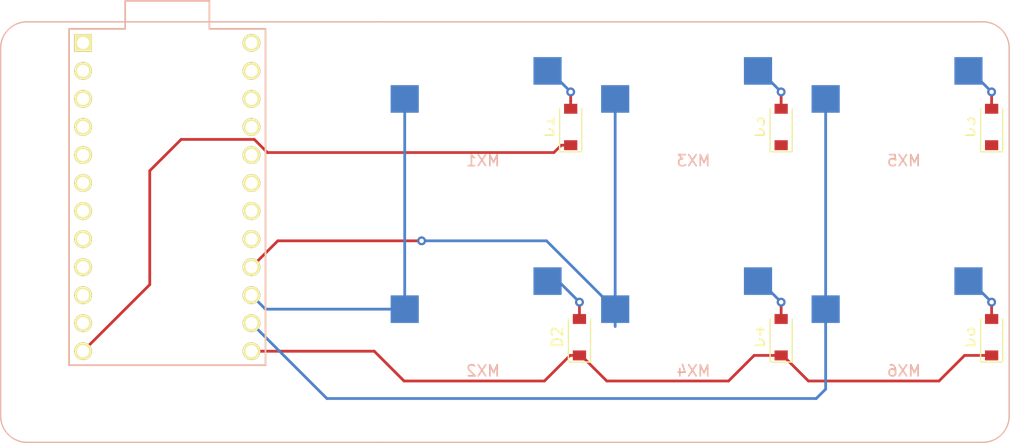
<source format=kicad_pcb>
(kicad_pcb (version 20171130) (host pcbnew "(5.1.4)-1")

  (general
    (thickness 1.6)
    (drawings 10)
    (tracks 71)
    (zones 0)
    (modules 13)
    (nets 31)
  )

  (page A4)
  (layers
    (0 F.Cu signal)
    (31 B.Cu signal)
    (32 B.Adhes user)
    (33 F.Adhes user)
    (34 B.Paste user)
    (35 F.Paste user)
    (36 B.SilkS user)
    (37 F.SilkS user)
    (38 B.Mask user)
    (39 F.Mask user)
    (40 Dwgs.User user)
    (41 Cmts.User user)
    (42 Eco1.User user)
    (43 Eco2.User user)
    (44 Edge.Cuts user)
    (45 Margin user)
    (46 B.CrtYd user)
    (47 F.CrtYd user)
    (48 B.Fab user)
    (49 F.Fab user)
  )

  (setup
    (last_trace_width 0.25)
    (trace_clearance 0.2)
    (zone_clearance 0.508)
    (zone_45_only no)
    (trace_min 0.2)
    (via_size 0.8)
    (via_drill 0.4)
    (via_min_size 0.4)
    (via_min_drill 0.3)
    (uvia_size 0.3)
    (uvia_drill 0.1)
    (uvias_allowed no)
    (uvia_min_size 0.2)
    (uvia_min_drill 0.1)
    (edge_width 0.05)
    (segment_width 0.2)
    (pcb_text_width 0.3)
    (pcb_text_size 1.5 1.5)
    (mod_edge_width 0.12)
    (mod_text_size 1 1)
    (mod_text_width 0.15)
    (pad_size 1.524 1.524)
    (pad_drill 0.762)
    (pad_to_mask_clearance 0.051)
    (solder_mask_min_width 0.25)
    (aux_axis_origin 0 0)
    (visible_elements 7FFFFFFF)
    (pcbplotparams
      (layerselection 0x010fc_ffffffff)
      (usegerberextensions false)
      (usegerberattributes false)
      (usegerberadvancedattributes false)
      (creategerberjobfile false)
      (excludeedgelayer true)
      (linewidth 0.100000)
      (plotframeref false)
      (viasonmask false)
      (mode 1)
      (useauxorigin false)
      (hpglpennumber 1)
      (hpglpenspeed 20)
      (hpglpendiameter 15.000000)
      (psnegative false)
      (psa4output false)
      (plotreference true)
      (plotvalue true)
      (plotinvisibletext false)
      (padsonsilk false)
      (subtractmaskfromsilk false)
      (outputformat 1)
      (mirror false)
      (drillshape 1)
      (scaleselection 1)
      (outputdirectory ""))
  )

  (net 0 "")
  (net 1 "Net-(U1-Pad24)")
  (net 2 "Net-(U1-Pad23)")
  (net 3 "Net-(U1-Pad22)")
  (net 4 "Net-(U1-Pad21)")
  (net 5 "Net-(U1-Pad20)")
  (net 6 "Net-(U1-Pad19)")
  (net 7 "Net-(U1-Pad18)")
  (net 8 "Net-(U1-Pad17)")
  (net 9 "Net-(U1-Pad6)")
  (net 10 "Net-(U1-Pad5)")
  (net 11 "Net-(U1-Pad4)")
  (net 12 "Net-(U1-Pad3)")
  (net 13 "Net-(U1-Pad2)")
  (net 14 "Net-(U1-Pad1)")
  (net 15 "Net-(D1-Pad2)")
  (net 16 ROW0)
  (net 17 "Net-(D2-Pad2)")
  (net 18 ROW1)
  (net 19 "Net-(D3-Pad2)")
  (net 20 "Net-(D4-Pad2)")
  (net 21 "Net-(D5-Pad2)")
  (net 22 "Net-(D6-Pad2)")
  (net 23 COL0)
  (net 24 COL1)
  (net 25 COL2)
  (net 26 "Net-(U1-Pad11)")
  (net 27 "Net-(U1-Pad10)")
  (net 28 "Net-(U1-Pad9)")
  (net 29 "Net-(U1-Pad8)")
  (net 30 "Net-(U1-Pad7)")

  (net_class Default "This is the default net class."
    (clearance 0.2)
    (trace_width 0.25)
    (via_dia 0.8)
    (via_drill 0.4)
    (uvia_dia 0.3)
    (uvia_drill 0.1)
    (add_net COL0)
    (add_net COL1)
    (add_net COL2)
    (add_net "Net-(D1-Pad2)")
    (add_net "Net-(D2-Pad2)")
    (add_net "Net-(D3-Pad2)")
    (add_net "Net-(D4-Pad2)")
    (add_net "Net-(D5-Pad2)")
    (add_net "Net-(D6-Pad2)")
    (add_net "Net-(U1-Pad1)")
    (add_net "Net-(U1-Pad10)")
    (add_net "Net-(U1-Pad11)")
    (add_net "Net-(U1-Pad17)")
    (add_net "Net-(U1-Pad18)")
    (add_net "Net-(U1-Pad19)")
    (add_net "Net-(U1-Pad2)")
    (add_net "Net-(U1-Pad20)")
    (add_net "Net-(U1-Pad21)")
    (add_net "Net-(U1-Pad22)")
    (add_net "Net-(U1-Pad23)")
    (add_net "Net-(U1-Pad24)")
    (add_net "Net-(U1-Pad3)")
    (add_net "Net-(U1-Pad4)")
    (add_net "Net-(U1-Pad5)")
    (add_net "Net-(U1-Pad6)")
    (add_net "Net-(U1-Pad7)")
    (add_net "Net-(U1-Pad8)")
    (add_net "Net-(U1-Pad9)")
    (add_net ROW0)
    (add_net ROW1)
  )

  (module promicro:ProMicro (layer F.Cu) (tedit 5A06A962) (tstamp 5DCF7157)
    (at 115.094 84.1375 270)
    (descr "Pro Micro footprint")
    (tags "promicro ProMicro")
    (path /5DCF2F33)
    (fp_text reference U1 (at 0 -10.16 90) (layer F.SilkS) hide
      (effects (font (size 1 1) (thickness 0.15)))
    )
    (fp_text value ProMicro (at 0 10.16 90) (layer F.Fab)
      (effects (font (size 1 1) (thickness 0.15)))
    )
    (fp_line (start 15.24 -8.89) (end 15.24 8.89) (layer F.SilkS) (width 0.15))
    (fp_line (start -15.24 -8.89) (end 15.24 -8.89) (layer F.SilkS) (width 0.15))
    (fp_line (start -15.24 -3.81) (end -15.24 -8.89) (layer F.SilkS) (width 0.15))
    (fp_line (start -17.78 -3.81) (end -15.24 -3.81) (layer F.SilkS) (width 0.15))
    (fp_line (start -17.78 3.81) (end -17.78 -3.81) (layer F.SilkS) (width 0.15))
    (fp_line (start -15.24 3.81) (end -17.78 3.81) (layer F.SilkS) (width 0.15))
    (fp_line (start -15.24 8.89) (end -15.24 3.81) (layer F.SilkS) (width 0.15))
    (fp_line (start -15.24 8.89) (end 15.24 8.89) (layer F.SilkS) (width 0.15))
    (fp_line (start -15.24 -8.89) (end 15.24 -8.89) (layer B.SilkS) (width 0.15))
    (fp_line (start -15.24 -3.81) (end -15.24 -8.89) (layer B.SilkS) (width 0.15))
    (fp_line (start -17.78 -3.81) (end -15.24 -3.81) (layer B.SilkS) (width 0.15))
    (fp_line (start -17.78 3.81) (end -17.78 -3.81) (layer B.SilkS) (width 0.15))
    (fp_line (start -15.24 3.81) (end -17.78 3.81) (layer B.SilkS) (width 0.15))
    (fp_line (start -15.24 8.89) (end -15.24 3.81) (layer B.SilkS) (width 0.15))
    (fp_line (start 15.24 8.89) (end -15.24 8.89) (layer B.SilkS) (width 0.15))
    (fp_line (start 15.24 -8.89) (end 15.24 8.89) (layer B.SilkS) (width 0.15))
    (pad 24 thru_hole circle (at -13.97 -7.62 270) (size 1.6 1.6) (drill 1.1) (layers *.Cu *.Mask F.SilkS)
      (net 1 "Net-(U1-Pad24)"))
    (pad 23 thru_hole circle (at -11.43 -7.62 270) (size 1.6 1.6) (drill 1.1) (layers *.Cu *.Mask F.SilkS)
      (net 2 "Net-(U1-Pad23)"))
    (pad 22 thru_hole circle (at -8.89 -7.62 270) (size 1.6 1.6) (drill 1.1) (layers *.Cu *.Mask F.SilkS)
      (net 3 "Net-(U1-Pad22)"))
    (pad 21 thru_hole circle (at -6.35 -7.62 270) (size 1.6 1.6) (drill 1.1) (layers *.Cu *.Mask F.SilkS)
      (net 4 "Net-(U1-Pad21)"))
    (pad 20 thru_hole circle (at -3.81 -7.62 270) (size 1.6 1.6) (drill 1.1) (layers *.Cu *.Mask F.SilkS)
      (net 5 "Net-(U1-Pad20)"))
    (pad 19 thru_hole circle (at -1.27 -7.62 270) (size 1.6 1.6) (drill 1.1) (layers *.Cu *.Mask F.SilkS)
      (net 6 "Net-(U1-Pad19)"))
    (pad 18 thru_hole circle (at 1.27 -7.62 270) (size 1.6 1.6) (drill 1.1) (layers *.Cu *.Mask F.SilkS)
      (net 7 "Net-(U1-Pad18)"))
    (pad 17 thru_hole circle (at 3.81 -7.62 270) (size 1.6 1.6) (drill 1.1) (layers *.Cu *.Mask F.SilkS)
      (net 8 "Net-(U1-Pad17)"))
    (pad 16 thru_hole circle (at 6.35 -7.62 270) (size 1.6 1.6) (drill 1.1) (layers *.Cu *.Mask F.SilkS)
      (net 24 COL1))
    (pad 15 thru_hole circle (at 8.89 -7.62 270) (size 1.6 1.6) (drill 1.1) (layers *.Cu *.Mask F.SilkS)
      (net 23 COL0))
    (pad 14 thru_hole circle (at 11.43 -7.62 270) (size 1.6 1.6) (drill 1.1) (layers *.Cu *.Mask F.SilkS)
      (net 25 COL2))
    (pad 13 thru_hole circle (at 13.97 -7.62 270) (size 1.6 1.6) (drill 1.1) (layers *.Cu *.Mask F.SilkS)
      (net 18 ROW1))
    (pad 12 thru_hole circle (at 13.97 7.62 270) (size 1.6 1.6) (drill 1.1) (layers *.Cu *.Mask F.SilkS)
      (net 16 ROW0))
    (pad 11 thru_hole circle (at 11.43 7.62 270) (size 1.6 1.6) (drill 1.1) (layers *.Cu *.Mask F.SilkS)
      (net 26 "Net-(U1-Pad11)"))
    (pad 10 thru_hole circle (at 8.89 7.62 270) (size 1.6 1.6) (drill 1.1) (layers *.Cu *.Mask F.SilkS)
      (net 27 "Net-(U1-Pad10)"))
    (pad 9 thru_hole circle (at 6.35 7.62 270) (size 1.6 1.6) (drill 1.1) (layers *.Cu *.Mask F.SilkS)
      (net 28 "Net-(U1-Pad9)"))
    (pad 8 thru_hole circle (at 3.81 7.62 270) (size 1.6 1.6) (drill 1.1) (layers *.Cu *.Mask F.SilkS)
      (net 29 "Net-(U1-Pad8)"))
    (pad 7 thru_hole circle (at 1.27 7.62 270) (size 1.6 1.6) (drill 1.1) (layers *.Cu *.Mask F.SilkS)
      (net 30 "Net-(U1-Pad7)"))
    (pad 6 thru_hole circle (at -1.27 7.62 270) (size 1.6 1.6) (drill 1.1) (layers *.Cu *.Mask F.SilkS)
      (net 9 "Net-(U1-Pad6)"))
    (pad 5 thru_hole circle (at -3.81 7.62 270) (size 1.6 1.6) (drill 1.1) (layers *.Cu *.Mask F.SilkS)
      (net 10 "Net-(U1-Pad5)"))
    (pad 4 thru_hole circle (at -6.35 7.62 270) (size 1.6 1.6) (drill 1.1) (layers *.Cu *.Mask F.SilkS)
      (net 11 "Net-(U1-Pad4)"))
    (pad 3 thru_hole circle (at -8.89 7.62 270) (size 1.6 1.6) (drill 1.1) (layers *.Cu *.Mask F.SilkS)
      (net 12 "Net-(U1-Pad3)"))
    (pad 2 thru_hole circle (at -11.43 7.62 270) (size 1.6 1.6) (drill 1.1) (layers *.Cu *.Mask F.SilkS)
      (net 13 "Net-(U1-Pad2)"))
    (pad 1 thru_hole rect (at -13.97 7.62 270) (size 1.6 1.6) (drill 1.1) (layers *.Cu *.Mask F.SilkS)
      (net 14 "Net-(U1-Pad1)"))
  )

  (module "! MX bases:MXOnly-1U-Hotswap" (layer F.Cu) (tedit 5BFF7B40) (tstamp 5DCF712B)
    (at 181.769 96.8375)
    (path /5DA90606)
    (attr smd)
    (fp_text reference MX6 (at 0 3.048) (layer B.CrtYd)
      (effects (font (size 1 1) (thickness 0.15)) (justify mirror))
    )
    (fp_text value MX-NoLED (at 0 -7.9375) (layer Dwgs.User)
      (effects (font (size 1 1) (thickness 0.15)))
    )
    (fp_line (start -5.842 -1.27) (end -5.842 -3.81) (layer B.CrtYd) (width 0.15))
    (fp_line (start -8.382 -1.27) (end -5.842 -1.27) (layer B.CrtYd) (width 0.15))
    (fp_line (start -8.382 -3.81) (end -8.382 -1.27) (layer B.CrtYd) (width 0.15))
    (fp_line (start -5.842 -3.81) (end -8.382 -3.81) (layer B.CrtYd) (width 0.15))
    (fp_line (start 4.572 -3.81) (end 4.572 -6.35) (layer B.CrtYd) (width 0.15))
    (fp_line (start 7.112 -3.81) (end 4.572 -3.81) (layer B.CrtYd) (width 0.15))
    (fp_line (start 7.112 -6.35) (end 7.112 -3.81) (layer B.CrtYd) (width 0.15))
    (fp_line (start 4.572 -6.35) (end 7.112 -6.35) (layer B.CrtYd) (width 0.15))
    (fp_circle (center -3.81 -2.54) (end -3.81 -4.064) (layer B.CrtYd) (width 0.15))
    (fp_circle (center 2.54 -5.08) (end 2.54 -6.604) (layer B.CrtYd) (width 0.15))
    (fp_text user %R (at 0 3.048) (layer B.SilkS)
      (effects (font (size 1 1) (thickness 0.15)) (justify mirror))
    )
    (fp_line (start -9.525 9.525) (end -9.525 -9.525) (layer Dwgs.User) (width 0.15))
    (fp_line (start 9.525 9.525) (end -9.525 9.525) (layer Dwgs.User) (width 0.15))
    (fp_line (start 9.525 -9.525) (end 9.525 9.525) (layer Dwgs.User) (width 0.15))
    (fp_line (start -9.525 -9.525) (end 9.525 -9.525) (layer Dwgs.User) (width 0.15))
    (fp_line (start -7 -7) (end -7 -5) (layer Dwgs.User) (width 0.15))
    (fp_line (start -5 -7) (end -7 -7) (layer Dwgs.User) (width 0.15))
    (fp_line (start -7 7) (end -5 7) (layer Dwgs.User) (width 0.15))
    (fp_line (start -7 5) (end -7 7) (layer Dwgs.User) (width 0.15))
    (fp_line (start 7 7) (end 7 5) (layer Dwgs.User) (width 0.15))
    (fp_line (start 5 7) (end 7 7) (layer Dwgs.User) (width 0.15))
    (fp_line (start 7 -7) (end 7 -5) (layer Dwgs.User) (width 0.15))
    (fp_line (start 5 -7) (end 7 -7) (layer Dwgs.User) (width 0.15))
    (pad 2 smd rect (at 5.842 -5.08) (size 2.55 2.5) (layers B.Cu B.Paste B.Mask)
      (net 22 "Net-(D6-Pad2)"))
    (pad 1 smd rect (at -7.085 -2.54) (size 2.55 2.5) (layers B.Cu B.Paste B.Mask)
      (net 25 COL2))
    (pad "" np_thru_hole circle (at 5.08 0 48.0996) (size 1.75 1.75) (drill 1.75) (layers *.Cu *.Mask))
    (pad "" np_thru_hole circle (at -5.08 0 48.0996) (size 1.75 1.75) (drill 1.75) (layers *.Cu *.Mask))
    (pad "" np_thru_hole circle (at -3.81 -2.54) (size 3 3) (drill 3) (layers *.Cu *.Mask))
    (pad "" np_thru_hole circle (at 0 0) (size 3.9878 3.9878) (drill 3.9878) (layers *.Cu *.Mask))
    (pad "" np_thru_hole circle (at 2.54 -5.08) (size 3 3) (drill 3) (layers *.Cu *.Mask))
  )

  (module "! MX bases:MXOnly-1U-Hotswap" (layer F.Cu) (tedit 5BFF7B40) (tstamp 5DCF7109)
    (at 181.769 77.7875)
    (path /5DA90C38)
    (attr smd)
    (fp_text reference MX5 (at 0 3.048) (layer B.CrtYd)
      (effects (font (size 1 1) (thickness 0.15)) (justify mirror))
    )
    (fp_text value MX-NoLED (at 0 -7.9375) (layer Dwgs.User)
      (effects (font (size 1 1) (thickness 0.15)))
    )
    (fp_line (start -5.842 -1.27) (end -5.842 -3.81) (layer B.CrtYd) (width 0.15))
    (fp_line (start -8.382 -1.27) (end -5.842 -1.27) (layer B.CrtYd) (width 0.15))
    (fp_line (start -8.382 -3.81) (end -8.382 -1.27) (layer B.CrtYd) (width 0.15))
    (fp_line (start -5.842 -3.81) (end -8.382 -3.81) (layer B.CrtYd) (width 0.15))
    (fp_line (start 4.572 -3.81) (end 4.572 -6.35) (layer B.CrtYd) (width 0.15))
    (fp_line (start 7.112 -3.81) (end 4.572 -3.81) (layer B.CrtYd) (width 0.15))
    (fp_line (start 7.112 -6.35) (end 7.112 -3.81) (layer B.CrtYd) (width 0.15))
    (fp_line (start 4.572 -6.35) (end 7.112 -6.35) (layer B.CrtYd) (width 0.15))
    (fp_circle (center -3.81 -2.54) (end -3.81 -4.064) (layer B.CrtYd) (width 0.15))
    (fp_circle (center 2.54 -5.08) (end 2.54 -6.604) (layer B.CrtYd) (width 0.15))
    (fp_text user %R (at 0 3.048) (layer B.SilkS)
      (effects (font (size 1 1) (thickness 0.15)) (justify mirror))
    )
    (fp_line (start -9.525 9.525) (end -9.525 -9.525) (layer Dwgs.User) (width 0.15))
    (fp_line (start 9.525 9.525) (end -9.525 9.525) (layer Dwgs.User) (width 0.15))
    (fp_line (start 9.525 -9.525) (end 9.525 9.525) (layer Dwgs.User) (width 0.15))
    (fp_line (start -9.525 -9.525) (end 9.525 -9.525) (layer Dwgs.User) (width 0.15))
    (fp_line (start -7 -7) (end -7 -5) (layer Dwgs.User) (width 0.15))
    (fp_line (start -5 -7) (end -7 -7) (layer Dwgs.User) (width 0.15))
    (fp_line (start -7 7) (end -5 7) (layer Dwgs.User) (width 0.15))
    (fp_line (start -7 5) (end -7 7) (layer Dwgs.User) (width 0.15))
    (fp_line (start 7 7) (end 7 5) (layer Dwgs.User) (width 0.15))
    (fp_line (start 5 7) (end 7 7) (layer Dwgs.User) (width 0.15))
    (fp_line (start 7 -7) (end 7 -5) (layer Dwgs.User) (width 0.15))
    (fp_line (start 5 -7) (end 7 -7) (layer Dwgs.User) (width 0.15))
    (pad 2 smd rect (at 5.842 -5.08) (size 2.55 2.5) (layers B.Cu B.Paste B.Mask)
      (net 21 "Net-(D5-Pad2)"))
    (pad 1 smd rect (at -7.085 -2.54) (size 2.55 2.5) (layers B.Cu B.Paste B.Mask)
      (net 25 COL2))
    (pad "" np_thru_hole circle (at 5.08 0 48.0996) (size 1.75 1.75) (drill 1.75) (layers *.Cu *.Mask))
    (pad "" np_thru_hole circle (at -5.08 0 48.0996) (size 1.75 1.75) (drill 1.75) (layers *.Cu *.Mask))
    (pad "" np_thru_hole circle (at -3.81 -2.54) (size 3 3) (drill 3) (layers *.Cu *.Mask))
    (pad "" np_thru_hole circle (at 0 0) (size 3.9878 3.9878) (drill 3.9878) (layers *.Cu *.Mask))
    (pad "" np_thru_hole circle (at 2.54 -5.08) (size 3 3) (drill 3) (layers *.Cu *.Mask))
  )

  (module "! MX bases:MXOnly-1U-Hotswap" (layer F.Cu) (tedit 5BFF7B40) (tstamp 5DCF70E7)
    (at 162.719 96.8375)
    (path /5DA8DC31)
    (attr smd)
    (fp_text reference MX4 (at 0 3.048) (layer B.CrtYd)
      (effects (font (size 1 1) (thickness 0.15)) (justify mirror))
    )
    (fp_text value MX-NoLED (at 0 -7.9375) (layer Dwgs.User)
      (effects (font (size 1 1) (thickness 0.15)))
    )
    (fp_line (start -5.842 -1.27) (end -5.842 -3.81) (layer B.CrtYd) (width 0.15))
    (fp_line (start -8.382 -1.27) (end -5.842 -1.27) (layer B.CrtYd) (width 0.15))
    (fp_line (start -8.382 -3.81) (end -8.382 -1.27) (layer B.CrtYd) (width 0.15))
    (fp_line (start -5.842 -3.81) (end -8.382 -3.81) (layer B.CrtYd) (width 0.15))
    (fp_line (start 4.572 -3.81) (end 4.572 -6.35) (layer B.CrtYd) (width 0.15))
    (fp_line (start 7.112 -3.81) (end 4.572 -3.81) (layer B.CrtYd) (width 0.15))
    (fp_line (start 7.112 -6.35) (end 7.112 -3.81) (layer B.CrtYd) (width 0.15))
    (fp_line (start 4.572 -6.35) (end 7.112 -6.35) (layer B.CrtYd) (width 0.15))
    (fp_circle (center -3.81 -2.54) (end -3.81 -4.064) (layer B.CrtYd) (width 0.15))
    (fp_circle (center 2.54 -5.08) (end 2.54 -6.604) (layer B.CrtYd) (width 0.15))
    (fp_text user %R (at 0 3.048) (layer B.SilkS)
      (effects (font (size 1 1) (thickness 0.15)) (justify mirror))
    )
    (fp_line (start -9.525 9.525) (end -9.525 -9.525) (layer Dwgs.User) (width 0.15))
    (fp_line (start 9.525 9.525) (end -9.525 9.525) (layer Dwgs.User) (width 0.15))
    (fp_line (start 9.525 -9.525) (end 9.525 9.525) (layer Dwgs.User) (width 0.15))
    (fp_line (start -9.525 -9.525) (end 9.525 -9.525) (layer Dwgs.User) (width 0.15))
    (fp_line (start -7 -7) (end -7 -5) (layer Dwgs.User) (width 0.15))
    (fp_line (start -5 -7) (end -7 -7) (layer Dwgs.User) (width 0.15))
    (fp_line (start -7 7) (end -5 7) (layer Dwgs.User) (width 0.15))
    (fp_line (start -7 5) (end -7 7) (layer Dwgs.User) (width 0.15))
    (fp_line (start 7 7) (end 7 5) (layer Dwgs.User) (width 0.15))
    (fp_line (start 5 7) (end 7 7) (layer Dwgs.User) (width 0.15))
    (fp_line (start 7 -7) (end 7 -5) (layer Dwgs.User) (width 0.15))
    (fp_line (start 5 -7) (end 7 -7) (layer Dwgs.User) (width 0.15))
    (pad 2 smd rect (at 5.842 -5.08) (size 2.55 2.5) (layers B.Cu B.Paste B.Mask)
      (net 20 "Net-(D4-Pad2)"))
    (pad 1 smd rect (at -7.085 -2.54) (size 2.55 2.5) (layers B.Cu B.Paste B.Mask)
      (net 24 COL1))
    (pad "" np_thru_hole circle (at 5.08 0 48.0996) (size 1.75 1.75) (drill 1.75) (layers *.Cu *.Mask))
    (pad "" np_thru_hole circle (at -5.08 0 48.0996) (size 1.75 1.75) (drill 1.75) (layers *.Cu *.Mask))
    (pad "" np_thru_hole circle (at -3.81 -2.54) (size 3 3) (drill 3) (layers *.Cu *.Mask))
    (pad "" np_thru_hole circle (at 0 0) (size 3.9878 3.9878) (drill 3.9878) (layers *.Cu *.Mask))
    (pad "" np_thru_hole circle (at 2.54 -5.08) (size 3 3) (drill 3) (layers *.Cu *.Mask))
  )

  (module "! MX bases:MXOnly-1U-Hotswap" (layer F.Cu) (tedit 5BFF7B40) (tstamp 5DCF70C5)
    (at 162.719 77.7875)
    (path /5DA8BE76)
    (attr smd)
    (fp_text reference MX3 (at 0 3.048) (layer B.CrtYd)
      (effects (font (size 1 1) (thickness 0.15)) (justify mirror))
    )
    (fp_text value MX-NoLED (at 0 -7.9375) (layer Dwgs.User)
      (effects (font (size 1 1) (thickness 0.15)))
    )
    (fp_line (start -5.842 -1.27) (end -5.842 -3.81) (layer B.CrtYd) (width 0.15))
    (fp_line (start -8.382 -1.27) (end -5.842 -1.27) (layer B.CrtYd) (width 0.15))
    (fp_line (start -8.382 -3.81) (end -8.382 -1.27) (layer B.CrtYd) (width 0.15))
    (fp_line (start -5.842 -3.81) (end -8.382 -3.81) (layer B.CrtYd) (width 0.15))
    (fp_line (start 4.572 -3.81) (end 4.572 -6.35) (layer B.CrtYd) (width 0.15))
    (fp_line (start 7.112 -3.81) (end 4.572 -3.81) (layer B.CrtYd) (width 0.15))
    (fp_line (start 7.112 -6.35) (end 7.112 -3.81) (layer B.CrtYd) (width 0.15))
    (fp_line (start 4.572 -6.35) (end 7.112 -6.35) (layer B.CrtYd) (width 0.15))
    (fp_circle (center -3.81 -2.54) (end -3.81 -4.064) (layer B.CrtYd) (width 0.15))
    (fp_circle (center 2.54 -5.08) (end 2.54 -6.604) (layer B.CrtYd) (width 0.15))
    (fp_text user %R (at 0 3.048) (layer B.SilkS)
      (effects (font (size 1 1) (thickness 0.15)) (justify mirror))
    )
    (fp_line (start -9.525 9.525) (end -9.525 -9.525) (layer Dwgs.User) (width 0.15))
    (fp_line (start 9.525 9.525) (end -9.525 9.525) (layer Dwgs.User) (width 0.15))
    (fp_line (start 9.525 -9.525) (end 9.525 9.525) (layer Dwgs.User) (width 0.15))
    (fp_line (start -9.525 -9.525) (end 9.525 -9.525) (layer Dwgs.User) (width 0.15))
    (fp_line (start -7 -7) (end -7 -5) (layer Dwgs.User) (width 0.15))
    (fp_line (start -5 -7) (end -7 -7) (layer Dwgs.User) (width 0.15))
    (fp_line (start -7 7) (end -5 7) (layer Dwgs.User) (width 0.15))
    (fp_line (start -7 5) (end -7 7) (layer Dwgs.User) (width 0.15))
    (fp_line (start 7 7) (end 7 5) (layer Dwgs.User) (width 0.15))
    (fp_line (start 5 7) (end 7 7) (layer Dwgs.User) (width 0.15))
    (fp_line (start 7 -7) (end 7 -5) (layer Dwgs.User) (width 0.15))
    (fp_line (start 5 -7) (end 7 -7) (layer Dwgs.User) (width 0.15))
    (pad 2 smd rect (at 5.842 -5.08) (size 2.55 2.5) (layers B.Cu B.Paste B.Mask)
      (net 19 "Net-(D3-Pad2)"))
    (pad 1 smd rect (at -7.085 -2.54) (size 2.55 2.5) (layers B.Cu B.Paste B.Mask)
      (net 24 COL1))
    (pad "" np_thru_hole circle (at 5.08 0 48.0996) (size 1.75 1.75) (drill 1.75) (layers *.Cu *.Mask))
    (pad "" np_thru_hole circle (at -5.08 0 48.0996) (size 1.75 1.75) (drill 1.75) (layers *.Cu *.Mask))
    (pad "" np_thru_hole circle (at -3.81 -2.54) (size 3 3) (drill 3) (layers *.Cu *.Mask))
    (pad "" np_thru_hole circle (at 0 0) (size 3.9878 3.9878) (drill 3.9878) (layers *.Cu *.Mask))
    (pad "" np_thru_hole circle (at 2.54 -5.08) (size 3 3) (drill 3) (layers *.Cu *.Mask))
  )

  (module "! MX bases:MXOnly-1U-Hotswap" (layer F.Cu) (tedit 5BFF7B40) (tstamp 5DCF70A3)
    (at 143.669 96.8375)
    (path /5DA8CCDC)
    (attr smd)
    (fp_text reference MX2 (at 0 3.048) (layer B.CrtYd)
      (effects (font (size 1 1) (thickness 0.15)) (justify mirror))
    )
    (fp_text value MX-NoLED (at 0 -7.9375) (layer Dwgs.User)
      (effects (font (size 1 1) (thickness 0.15)))
    )
    (fp_line (start -5.842 -1.27) (end -5.842 -3.81) (layer B.CrtYd) (width 0.15))
    (fp_line (start -8.382 -1.27) (end -5.842 -1.27) (layer B.CrtYd) (width 0.15))
    (fp_line (start -8.382 -3.81) (end -8.382 -1.27) (layer B.CrtYd) (width 0.15))
    (fp_line (start -5.842 -3.81) (end -8.382 -3.81) (layer B.CrtYd) (width 0.15))
    (fp_line (start 4.572 -3.81) (end 4.572 -6.35) (layer B.CrtYd) (width 0.15))
    (fp_line (start 7.112 -3.81) (end 4.572 -3.81) (layer B.CrtYd) (width 0.15))
    (fp_line (start 7.112 -6.35) (end 7.112 -3.81) (layer B.CrtYd) (width 0.15))
    (fp_line (start 4.572 -6.35) (end 7.112 -6.35) (layer B.CrtYd) (width 0.15))
    (fp_circle (center -3.81 -2.54) (end -3.81 -4.064) (layer B.CrtYd) (width 0.15))
    (fp_circle (center 2.54 -5.08) (end 2.54 -6.604) (layer B.CrtYd) (width 0.15))
    (fp_text user %R (at 0 3.048) (layer B.SilkS)
      (effects (font (size 1 1) (thickness 0.15)) (justify mirror))
    )
    (fp_line (start -9.525 9.525) (end -9.525 -9.525) (layer Dwgs.User) (width 0.15))
    (fp_line (start 9.525 9.525) (end -9.525 9.525) (layer Dwgs.User) (width 0.15))
    (fp_line (start 9.525 -9.525) (end 9.525 9.525) (layer Dwgs.User) (width 0.15))
    (fp_line (start -9.525 -9.525) (end 9.525 -9.525) (layer Dwgs.User) (width 0.15))
    (fp_line (start -7 -7) (end -7 -5) (layer Dwgs.User) (width 0.15))
    (fp_line (start -5 -7) (end -7 -7) (layer Dwgs.User) (width 0.15))
    (fp_line (start -7 7) (end -5 7) (layer Dwgs.User) (width 0.15))
    (fp_line (start -7 5) (end -7 7) (layer Dwgs.User) (width 0.15))
    (fp_line (start 7 7) (end 7 5) (layer Dwgs.User) (width 0.15))
    (fp_line (start 5 7) (end 7 7) (layer Dwgs.User) (width 0.15))
    (fp_line (start 7 -7) (end 7 -5) (layer Dwgs.User) (width 0.15))
    (fp_line (start 5 -7) (end 7 -7) (layer Dwgs.User) (width 0.15))
    (pad 2 smd rect (at 5.842 -5.08) (size 2.55 2.5) (layers B.Cu B.Paste B.Mask)
      (net 17 "Net-(D2-Pad2)"))
    (pad 1 smd rect (at -7.085 -2.54) (size 2.55 2.5) (layers B.Cu B.Paste B.Mask)
      (net 23 COL0))
    (pad "" np_thru_hole circle (at 5.08 0 48.0996) (size 1.75 1.75) (drill 1.75) (layers *.Cu *.Mask))
    (pad "" np_thru_hole circle (at -5.08 0 48.0996) (size 1.75 1.75) (drill 1.75) (layers *.Cu *.Mask))
    (pad "" np_thru_hole circle (at -3.81 -2.54) (size 3 3) (drill 3) (layers *.Cu *.Mask))
    (pad "" np_thru_hole circle (at 0 0) (size 3.9878 3.9878) (drill 3.9878) (layers *.Cu *.Mask))
    (pad "" np_thru_hole circle (at 2.54 -5.08) (size 3 3) (drill 3) (layers *.Cu *.Mask))
  )

  (module "! MX bases:MXOnly-1U-Hotswap" (layer F.Cu) (tedit 5BFF7B40) (tstamp 5DCF7081)
    (at 143.669 77.7875)
    (path /5DA8B0EC)
    (attr smd)
    (fp_text reference MX1 (at 0 3.048) (layer B.CrtYd)
      (effects (font (size 1 1) (thickness 0.15)) (justify mirror))
    )
    (fp_text value MX-NoLED (at 0 -7.9375) (layer Dwgs.User)
      (effects (font (size 1 1) (thickness 0.15)))
    )
    (fp_line (start -5.842 -1.27) (end -5.842 -3.81) (layer B.CrtYd) (width 0.15))
    (fp_line (start -8.382 -1.27) (end -5.842 -1.27) (layer B.CrtYd) (width 0.15))
    (fp_line (start -8.382 -3.81) (end -8.382 -1.27) (layer B.CrtYd) (width 0.15))
    (fp_line (start -5.842 -3.81) (end -8.382 -3.81) (layer B.CrtYd) (width 0.15))
    (fp_line (start 4.572 -3.81) (end 4.572 -6.35) (layer B.CrtYd) (width 0.15))
    (fp_line (start 7.112 -3.81) (end 4.572 -3.81) (layer B.CrtYd) (width 0.15))
    (fp_line (start 7.112 -6.35) (end 7.112 -3.81) (layer B.CrtYd) (width 0.15))
    (fp_line (start 4.572 -6.35) (end 7.112 -6.35) (layer B.CrtYd) (width 0.15))
    (fp_circle (center -3.81 -2.54) (end -3.81 -4.064) (layer B.CrtYd) (width 0.15))
    (fp_circle (center 2.54 -5.08) (end 2.54 -6.604) (layer B.CrtYd) (width 0.15))
    (fp_text user %R (at 0 3.048) (layer B.SilkS)
      (effects (font (size 1 1) (thickness 0.15)) (justify mirror))
    )
    (fp_line (start -9.525 9.525) (end -9.525 -9.525) (layer Dwgs.User) (width 0.15))
    (fp_line (start 9.525 9.525) (end -9.525 9.525) (layer Dwgs.User) (width 0.15))
    (fp_line (start 9.525 -9.525) (end 9.525 9.525) (layer Dwgs.User) (width 0.15))
    (fp_line (start -9.525 -9.525) (end 9.525 -9.525) (layer Dwgs.User) (width 0.15))
    (fp_line (start -7 -7) (end -7 -5) (layer Dwgs.User) (width 0.15))
    (fp_line (start -5 -7) (end -7 -7) (layer Dwgs.User) (width 0.15))
    (fp_line (start -7 7) (end -5 7) (layer Dwgs.User) (width 0.15))
    (fp_line (start -7 5) (end -7 7) (layer Dwgs.User) (width 0.15))
    (fp_line (start 7 7) (end 7 5) (layer Dwgs.User) (width 0.15))
    (fp_line (start 5 7) (end 7 7) (layer Dwgs.User) (width 0.15))
    (fp_line (start 7 -7) (end 7 -5) (layer Dwgs.User) (width 0.15))
    (fp_line (start 5 -7) (end 7 -7) (layer Dwgs.User) (width 0.15))
    (pad 2 smd rect (at 5.842 -5.08) (size 2.55 2.5) (layers B.Cu B.Paste B.Mask)
      (net 15 "Net-(D1-Pad2)"))
    (pad 1 smd rect (at -7.085 -2.54) (size 2.55 2.5) (layers B.Cu B.Paste B.Mask)
      (net 23 COL0))
    (pad "" np_thru_hole circle (at 5.08 0 48.0996) (size 1.75 1.75) (drill 1.75) (layers *.Cu *.Mask))
    (pad "" np_thru_hole circle (at -5.08 0 48.0996) (size 1.75 1.75) (drill 1.75) (layers *.Cu *.Mask))
    (pad "" np_thru_hole circle (at -3.81 -2.54) (size 3 3) (drill 3) (layers *.Cu *.Mask))
    (pad "" np_thru_hole circle (at 0 0) (size 3.9878 3.9878) (drill 3.9878) (layers *.Cu *.Mask))
    (pad "" np_thru_hole circle (at 2.54 -5.08) (size 3 3) (drill 3) (layers *.Cu *.Mask))
  )

  (module random-keyboard-parts:D_SOD-123-Pretty (layer F.Cu) (tedit 58645DC7) (tstamp 5DCF705F)
    (at 189.706 96.8375 90)
    (descr SOD-123)
    (tags SOD-123)
    (path /5DA9DF4D)
    (attr smd)
    (fp_text reference D6 (at 0 -2 90) (layer F.SilkS)
      (effects (font (size 1 1) (thickness 0.15)))
    )
    (fp_text value D_Small (at 0 2.1 90) (layer F.Fab)
      (effects (font (size 1 1) (thickness 0.15)))
    )
    (fp_text user %R (at 0 -2 90) (layer F.Fab)
      (effects (font (size 1 1) (thickness 0.15)))
    )
    (fp_line (start -2.25 -1) (end -2.25 1) (layer F.SilkS) (width 0.12))
    (fp_line (start 0.25 0) (end 0.75 0) (layer F.Fab) (width 0.1))
    (fp_line (start 0.25 0.4) (end -0.35 0) (layer F.Fab) (width 0.1))
    (fp_line (start 0.25 -0.4) (end 0.25 0.4) (layer F.Fab) (width 0.1))
    (fp_line (start -0.35 0) (end 0.25 -0.4) (layer F.Fab) (width 0.1))
    (fp_line (start -0.35 0) (end -0.35 0.55) (layer F.Fab) (width 0.1))
    (fp_line (start -0.35 0) (end -0.35 -0.55) (layer F.Fab) (width 0.1))
    (fp_line (start -0.75 0) (end -0.35 0) (layer F.Fab) (width 0.1))
    (fp_line (start -1.4 0.9) (end -1.4 -0.9) (layer F.Fab) (width 0.1))
    (fp_line (start 1.4 0.9) (end -1.4 0.9) (layer F.Fab) (width 0.1))
    (fp_line (start 1.4 -0.9) (end 1.4 0.9) (layer F.Fab) (width 0.1))
    (fp_line (start -1.4 -0.9) (end 1.4 -0.9) (layer F.Fab) (width 0.1))
    (fp_line (start -2.35 -1.15) (end 2.35 -1.15) (layer F.CrtYd) (width 0.05))
    (fp_line (start 2.35 -1.15) (end 2.35 1.15) (layer F.CrtYd) (width 0.05))
    (fp_line (start 2.35 1.15) (end -2.35 1.15) (layer F.CrtYd) (width 0.05))
    (fp_line (start -2.35 -1.15) (end -2.35 1.15) (layer F.CrtYd) (width 0.05))
    (fp_line (start -2.25 1) (end 1.65 1) (layer F.SilkS) (width 0.12))
    (fp_line (start -2.25 -1) (end 1.65 -1) (layer F.SilkS) (width 0.12))
    (pad 1 smd rect (at -1.65 0 90) (size 0.9 1.2) (layers F.Cu F.Paste F.Mask)
      (net 18 ROW1))
    (pad 2 smd rect (at 1.65 0 90) (size 0.9 1.2) (layers F.Cu F.Paste F.Mask)
      (net 22 "Net-(D6-Pad2)"))
    (model ${KISYS3DMOD}/Diodes_SMD.3dshapes/D_SOD-123.wrl
      (at (xyz 0 0 0))
      (scale (xyz 1 1 1))
      (rotate (xyz 0 0 0))
    )
  )

  (module random-keyboard-parts:D_SOD-123-Pretty (layer F.Cu) (tedit 58645DC7) (tstamp 5DCF7046)
    (at 189.706 77.7875 90)
    (descr SOD-123)
    (tags SOD-123)
    (path /5DA9D77C)
    (attr smd)
    (fp_text reference D5 (at 0 -2 90) (layer F.SilkS)
      (effects (font (size 1 1) (thickness 0.15)))
    )
    (fp_text value D_Small (at 0 2.1 90) (layer F.Fab)
      (effects (font (size 1 1) (thickness 0.15)))
    )
    (fp_text user %R (at 0 -2 90) (layer F.Fab)
      (effects (font (size 1 1) (thickness 0.15)))
    )
    (fp_line (start -2.25 -1) (end -2.25 1) (layer F.SilkS) (width 0.12))
    (fp_line (start 0.25 0) (end 0.75 0) (layer F.Fab) (width 0.1))
    (fp_line (start 0.25 0.4) (end -0.35 0) (layer F.Fab) (width 0.1))
    (fp_line (start 0.25 -0.4) (end 0.25 0.4) (layer F.Fab) (width 0.1))
    (fp_line (start -0.35 0) (end 0.25 -0.4) (layer F.Fab) (width 0.1))
    (fp_line (start -0.35 0) (end -0.35 0.55) (layer F.Fab) (width 0.1))
    (fp_line (start -0.35 0) (end -0.35 -0.55) (layer F.Fab) (width 0.1))
    (fp_line (start -0.75 0) (end -0.35 0) (layer F.Fab) (width 0.1))
    (fp_line (start -1.4 0.9) (end -1.4 -0.9) (layer F.Fab) (width 0.1))
    (fp_line (start 1.4 0.9) (end -1.4 0.9) (layer F.Fab) (width 0.1))
    (fp_line (start 1.4 -0.9) (end 1.4 0.9) (layer F.Fab) (width 0.1))
    (fp_line (start -1.4 -0.9) (end 1.4 -0.9) (layer F.Fab) (width 0.1))
    (fp_line (start -2.35 -1.15) (end 2.35 -1.15) (layer F.CrtYd) (width 0.05))
    (fp_line (start 2.35 -1.15) (end 2.35 1.15) (layer F.CrtYd) (width 0.05))
    (fp_line (start 2.35 1.15) (end -2.35 1.15) (layer F.CrtYd) (width 0.05))
    (fp_line (start -2.35 -1.15) (end -2.35 1.15) (layer F.CrtYd) (width 0.05))
    (fp_line (start -2.25 1) (end 1.65 1) (layer F.SilkS) (width 0.12))
    (fp_line (start -2.25 -1) (end 1.65 -1) (layer F.SilkS) (width 0.12))
    (pad 1 smd rect (at -1.65 0 90) (size 0.9 1.2) (layers F.Cu F.Paste F.Mask)
      (net 16 ROW0))
    (pad 2 smd rect (at 1.65 0 90) (size 0.9 1.2) (layers F.Cu F.Paste F.Mask)
      (net 21 "Net-(D5-Pad2)"))
    (model ${KISYS3DMOD}/Diodes_SMD.3dshapes/D_SOD-123.wrl
      (at (xyz 0 0 0))
      (scale (xyz 1 1 1))
      (rotate (xyz 0 0 0))
    )
  )

  (module random-keyboard-parts:D_SOD-123-Pretty (layer F.Cu) (tedit 58645DC7) (tstamp 5DCF702D)
    (at 170.656 96.8375 90)
    (descr SOD-123)
    (tags SOD-123)
    (path /5DA9EF35)
    (attr smd)
    (fp_text reference D4 (at 0 -2 90) (layer F.SilkS)
      (effects (font (size 1 1) (thickness 0.15)))
    )
    (fp_text value D_Small (at 0 2.1 90) (layer F.Fab)
      (effects (font (size 1 1) (thickness 0.15)))
    )
    (fp_text user %R (at 0 -2 90) (layer F.Fab)
      (effects (font (size 1 1) (thickness 0.15)))
    )
    (fp_line (start -2.25 -1) (end -2.25 1) (layer F.SilkS) (width 0.12))
    (fp_line (start 0.25 0) (end 0.75 0) (layer F.Fab) (width 0.1))
    (fp_line (start 0.25 0.4) (end -0.35 0) (layer F.Fab) (width 0.1))
    (fp_line (start 0.25 -0.4) (end 0.25 0.4) (layer F.Fab) (width 0.1))
    (fp_line (start -0.35 0) (end 0.25 -0.4) (layer F.Fab) (width 0.1))
    (fp_line (start -0.35 0) (end -0.35 0.55) (layer F.Fab) (width 0.1))
    (fp_line (start -0.35 0) (end -0.35 -0.55) (layer F.Fab) (width 0.1))
    (fp_line (start -0.75 0) (end -0.35 0) (layer F.Fab) (width 0.1))
    (fp_line (start -1.4 0.9) (end -1.4 -0.9) (layer F.Fab) (width 0.1))
    (fp_line (start 1.4 0.9) (end -1.4 0.9) (layer F.Fab) (width 0.1))
    (fp_line (start 1.4 -0.9) (end 1.4 0.9) (layer F.Fab) (width 0.1))
    (fp_line (start -1.4 -0.9) (end 1.4 -0.9) (layer F.Fab) (width 0.1))
    (fp_line (start -2.35 -1.15) (end 2.35 -1.15) (layer F.CrtYd) (width 0.05))
    (fp_line (start 2.35 -1.15) (end 2.35 1.15) (layer F.CrtYd) (width 0.05))
    (fp_line (start 2.35 1.15) (end -2.35 1.15) (layer F.CrtYd) (width 0.05))
    (fp_line (start -2.35 -1.15) (end -2.35 1.15) (layer F.CrtYd) (width 0.05))
    (fp_line (start -2.25 1) (end 1.65 1) (layer F.SilkS) (width 0.12))
    (fp_line (start -2.25 -1) (end 1.65 -1) (layer F.SilkS) (width 0.12))
    (pad 1 smd rect (at -1.65 0 90) (size 0.9 1.2) (layers F.Cu F.Paste F.Mask)
      (net 18 ROW1))
    (pad 2 smd rect (at 1.65 0 90) (size 0.9 1.2) (layers F.Cu F.Paste F.Mask)
      (net 20 "Net-(D4-Pad2)"))
    (model ${KISYS3DMOD}/Diodes_SMD.3dshapes/D_SOD-123.wrl
      (at (xyz 0 0 0))
      (scale (xyz 1 1 1))
      (rotate (xyz 0 0 0))
    )
  )

  (module random-keyboard-parts:D_SOD-123-Pretty (layer F.Cu) (tedit 58645DC7) (tstamp 5DCF7014)
    (at 170.656 77.7875 90)
    (descr SOD-123)
    (tags SOD-123)
    (path /5DA9B93D)
    (attr smd)
    (fp_text reference D3 (at 0 -2 90) (layer F.SilkS)
      (effects (font (size 1 1) (thickness 0.15)))
    )
    (fp_text value D_Small (at 0 2.1 90) (layer F.Fab)
      (effects (font (size 1 1) (thickness 0.15)))
    )
    (fp_text user %R (at 0 -2 90) (layer F.Fab)
      (effects (font (size 1 1) (thickness 0.15)))
    )
    (fp_line (start -2.25 -1) (end -2.25 1) (layer F.SilkS) (width 0.12))
    (fp_line (start 0.25 0) (end 0.75 0) (layer F.Fab) (width 0.1))
    (fp_line (start 0.25 0.4) (end -0.35 0) (layer F.Fab) (width 0.1))
    (fp_line (start 0.25 -0.4) (end 0.25 0.4) (layer F.Fab) (width 0.1))
    (fp_line (start -0.35 0) (end 0.25 -0.4) (layer F.Fab) (width 0.1))
    (fp_line (start -0.35 0) (end -0.35 0.55) (layer F.Fab) (width 0.1))
    (fp_line (start -0.35 0) (end -0.35 -0.55) (layer F.Fab) (width 0.1))
    (fp_line (start -0.75 0) (end -0.35 0) (layer F.Fab) (width 0.1))
    (fp_line (start -1.4 0.9) (end -1.4 -0.9) (layer F.Fab) (width 0.1))
    (fp_line (start 1.4 0.9) (end -1.4 0.9) (layer F.Fab) (width 0.1))
    (fp_line (start 1.4 -0.9) (end 1.4 0.9) (layer F.Fab) (width 0.1))
    (fp_line (start -1.4 -0.9) (end 1.4 -0.9) (layer F.Fab) (width 0.1))
    (fp_line (start -2.35 -1.15) (end 2.35 -1.15) (layer F.CrtYd) (width 0.05))
    (fp_line (start 2.35 -1.15) (end 2.35 1.15) (layer F.CrtYd) (width 0.05))
    (fp_line (start 2.35 1.15) (end -2.35 1.15) (layer F.CrtYd) (width 0.05))
    (fp_line (start -2.35 -1.15) (end -2.35 1.15) (layer F.CrtYd) (width 0.05))
    (fp_line (start -2.25 1) (end 1.65 1) (layer F.SilkS) (width 0.12))
    (fp_line (start -2.25 -1) (end 1.65 -1) (layer F.SilkS) (width 0.12))
    (pad 1 smd rect (at -1.65 0 90) (size 0.9 1.2) (layers F.Cu F.Paste F.Mask)
      (net 16 ROW0))
    (pad 2 smd rect (at 1.65 0 90) (size 0.9 1.2) (layers F.Cu F.Paste F.Mask)
      (net 19 "Net-(D3-Pad2)"))
    (model ${KISYS3DMOD}/Diodes_SMD.3dshapes/D_SOD-123.wrl
      (at (xyz 0 0 0))
      (scale (xyz 1 1 1))
      (rotate (xyz 0 0 0))
    )
  )

  (module random-keyboard-parts:D_SOD-123-Pretty (layer F.Cu) (tedit 58645DC7) (tstamp 5DCF6FFB)
    (at 152.4 96.8375 90)
    (descr SOD-123)
    (tags SOD-123)
    (path /5DA9F878)
    (attr smd)
    (fp_text reference D2 (at 0 -2 90) (layer F.SilkS)
      (effects (font (size 1 1) (thickness 0.15)))
    )
    (fp_text value D_Small (at 0 2.1 90) (layer F.Fab)
      (effects (font (size 1 1) (thickness 0.15)))
    )
    (fp_text user %R (at 0 -2 90) (layer F.Fab)
      (effects (font (size 1 1) (thickness 0.15)))
    )
    (fp_line (start -2.25 -1) (end -2.25 1) (layer F.SilkS) (width 0.12))
    (fp_line (start 0.25 0) (end 0.75 0) (layer F.Fab) (width 0.1))
    (fp_line (start 0.25 0.4) (end -0.35 0) (layer F.Fab) (width 0.1))
    (fp_line (start 0.25 -0.4) (end 0.25 0.4) (layer F.Fab) (width 0.1))
    (fp_line (start -0.35 0) (end 0.25 -0.4) (layer F.Fab) (width 0.1))
    (fp_line (start -0.35 0) (end -0.35 0.55) (layer F.Fab) (width 0.1))
    (fp_line (start -0.35 0) (end -0.35 -0.55) (layer F.Fab) (width 0.1))
    (fp_line (start -0.75 0) (end -0.35 0) (layer F.Fab) (width 0.1))
    (fp_line (start -1.4 0.9) (end -1.4 -0.9) (layer F.Fab) (width 0.1))
    (fp_line (start 1.4 0.9) (end -1.4 0.9) (layer F.Fab) (width 0.1))
    (fp_line (start 1.4 -0.9) (end 1.4 0.9) (layer F.Fab) (width 0.1))
    (fp_line (start -1.4 -0.9) (end 1.4 -0.9) (layer F.Fab) (width 0.1))
    (fp_line (start -2.35 -1.15) (end 2.35 -1.15) (layer F.CrtYd) (width 0.05))
    (fp_line (start 2.35 -1.15) (end 2.35 1.15) (layer F.CrtYd) (width 0.05))
    (fp_line (start 2.35 1.15) (end -2.35 1.15) (layer F.CrtYd) (width 0.05))
    (fp_line (start -2.35 -1.15) (end -2.35 1.15) (layer F.CrtYd) (width 0.05))
    (fp_line (start -2.25 1) (end 1.65 1) (layer F.SilkS) (width 0.12))
    (fp_line (start -2.25 -1) (end 1.65 -1) (layer F.SilkS) (width 0.12))
    (pad 1 smd rect (at -1.65 0 90) (size 0.9 1.2) (layers F.Cu F.Paste F.Mask)
      (net 18 ROW1))
    (pad 2 smd rect (at 1.65 0 90) (size 0.9 1.2) (layers F.Cu F.Paste F.Mask)
      (net 17 "Net-(D2-Pad2)"))
    (model ${KISYS3DMOD}/Diodes_SMD.3dshapes/D_SOD-123.wrl
      (at (xyz 0 0 0))
      (scale (xyz 1 1 1))
      (rotate (xyz 0 0 0))
    )
  )

  (module random-keyboard-parts:D_SOD-123-Pretty (layer F.Cu) (tedit 58645DC7) (tstamp 5DCF6FE2)
    (at 151.606 77.7875 90)
    (descr SOD-123)
    (tags SOD-123)
    (path /5DAA085B)
    (attr smd)
    (fp_text reference D1 (at 0 -2 90) (layer F.SilkS)
      (effects (font (size 1 1) (thickness 0.15)))
    )
    (fp_text value D_Small (at 0 2.1 90) (layer F.Fab)
      (effects (font (size 1 1) (thickness 0.15)))
    )
    (fp_text user %R (at 0 -2 90) (layer F.Fab)
      (effects (font (size 1 1) (thickness 0.15)))
    )
    (fp_line (start -2.25 -1) (end -2.25 1) (layer F.SilkS) (width 0.12))
    (fp_line (start 0.25 0) (end 0.75 0) (layer F.Fab) (width 0.1))
    (fp_line (start 0.25 0.4) (end -0.35 0) (layer F.Fab) (width 0.1))
    (fp_line (start 0.25 -0.4) (end 0.25 0.4) (layer F.Fab) (width 0.1))
    (fp_line (start -0.35 0) (end 0.25 -0.4) (layer F.Fab) (width 0.1))
    (fp_line (start -0.35 0) (end -0.35 0.55) (layer F.Fab) (width 0.1))
    (fp_line (start -0.35 0) (end -0.35 -0.55) (layer F.Fab) (width 0.1))
    (fp_line (start -0.75 0) (end -0.35 0) (layer F.Fab) (width 0.1))
    (fp_line (start -1.4 0.9) (end -1.4 -0.9) (layer F.Fab) (width 0.1))
    (fp_line (start 1.4 0.9) (end -1.4 0.9) (layer F.Fab) (width 0.1))
    (fp_line (start 1.4 -0.9) (end 1.4 0.9) (layer F.Fab) (width 0.1))
    (fp_line (start -1.4 -0.9) (end 1.4 -0.9) (layer F.Fab) (width 0.1))
    (fp_line (start -2.35 -1.15) (end 2.35 -1.15) (layer F.CrtYd) (width 0.05))
    (fp_line (start 2.35 -1.15) (end 2.35 1.15) (layer F.CrtYd) (width 0.05))
    (fp_line (start 2.35 1.15) (end -2.35 1.15) (layer F.CrtYd) (width 0.05))
    (fp_line (start -2.35 -1.15) (end -2.35 1.15) (layer F.CrtYd) (width 0.05))
    (fp_line (start -2.25 1) (end 1.65 1) (layer F.SilkS) (width 0.12))
    (fp_line (start -2.25 -1) (end 1.65 -1) (layer F.SilkS) (width 0.12))
    (pad 1 smd rect (at -1.65 0 90) (size 0.9 1.2) (layers F.Cu F.Paste F.Mask)
      (net 16 ROW0))
    (pad 2 smd rect (at 1.65 0 90) (size 0.9 1.2) (layers F.Cu F.Paste F.Mask)
      (net 15 "Net-(D1-Pad2)"))
    (model ${KISYS3DMOD}/Diodes_SMD.3dshapes/D_SOD-123.wrl
      (at (xyz 0 0 0))
      (scale (xyz 1 1 1))
      (rotate (xyz 0 0 0))
    )
  )

  (gr_line (start 188.9125 68.2625) (end 134.14375 68.2625) (layer B.SilkS) (width 0.12) (tstamp 5DCF88E2))
  (gr_line (start 191.29375 103.98125) (end 191.29375 70.64375) (layer B.SilkS) (width 0.12) (tstamp 5DCF88E1))
  (gr_line (start 134.14375 106.3625) (end 188.9125 106.3625) (layer B.SilkS) (width 0.12) (tstamp 5DCF88E0))
  (gr_line (start 102.39375 68.2625) (end 134.14375 68.2625) (layer B.SilkS) (width 0.12))
  (gr_line (start 100.0125 103.98125) (end 100.0125 70.64375) (layer B.SilkS) (width 0.12) (tstamp 5DCF8844))
  (gr_line (start 134.14375 106.3625) (end 102.39375 106.3625) (layer B.SilkS) (width 0.12) (tstamp 5DCF8843))
  (gr_arc (start 102.39375 103.98125) (end 100.0125 103.98125) (angle -90) (layer B.SilkS) (width 0.12))
  (gr_arc (start 102.39375 70.64375) (end 102.39375 68.2625) (angle -90) (layer B.SilkS) (width 0.12))
  (gr_arc (start 188.9125 70.64375) (end 191.29375 70.64375) (angle -90) (layer B.SilkS) (width 0.12))
  (gr_arc (start 188.9125 103.98125) (end 188.9125 106.3625) (angle -90) (layer B.SilkS) (width 0.12))

  (segment (start 151.606 75.4375) (end 151.60625 75.43725) (width 0.25) (layer F.Cu) (net 15))
  (segment (start 151.606 76.1375) (end 151.606 75.4375) (width 0.25) (layer F.Cu) (net 15))
  (via (at 151.60625 74.6125) (size 0.8) (drill 0.4) (layers F.Cu B.Cu) (net 15))
  (segment (start 151.60625 75.43725) (end 151.60625 74.6125) (width 0.25) (layer F.Cu) (net 15))
  (segment (start 149.70125 72.7075) (end 149.511 72.7075) (width 0.25) (layer B.Cu) (net 15))
  (segment (start 151.60625 74.6125) (end 149.70125 72.7075) (width 0.25) (layer B.Cu) (net 15))
  (segment (start 151.606 79.4375) (end 152.0687 79.4375) (width 0.25) (layer F.Cu) (net 16))
  (segment (start 122.964003 78.912501) (end 116.349999 78.912501) (width 0.25) (layer F.Cu) (net 16))
  (segment (start 124.157903 80.106401) (end 122.964003 78.912501) (width 0.25) (layer F.Cu) (net 16))
  (segment (start 150.087099 80.106401) (end 124.157903 80.106401) (width 0.25) (layer F.Cu) (net 16))
  (segment (start 151.606 79.4375) (end 150.756 79.4375) (width 0.25) (layer F.Cu) (net 16))
  (segment (start 150.756 79.4375) (end 150.087099 80.106401) (width 0.25) (layer F.Cu) (net 16))
  (segment (start 116.349999 78.912501) (end 113.50625 81.75625) (width 0.25) (layer F.Cu) (net 16))
  (segment (start 113.50625 92.07525) (end 107.474 98.1075) (width 0.25) (layer F.Cu) (net 16))
  (segment (start 113.50625 81.75625) (end 113.50625 92.07525) (width 0.25) (layer F.Cu) (net 16))
  (via (at 152.4 93.6625) (size 0.8) (drill 0.4) (layers F.Cu B.Cu) (net 17))
  (segment (start 152.4 95.1875) (end 152.4 93.6625) (width 0.25) (layer F.Cu) (net 17))
  (segment (start 150.495 91.7575) (end 149.511 91.7575) (width 0.25) (layer B.Cu) (net 17))
  (segment (start 152.4 93.6625) (end 150.495 91.7575) (width 0.25) (layer B.Cu) (net 17))
  (segment (start 151.9374 98.4875) (end 152.4 98.4875) (width 0.25) (layer F.Cu) (net 18))
  (segment (start 152.55 98.4875) (end 154.86875 100.80625) (width 0.25) (layer F.Cu) (net 18))
  (segment (start 152.4 98.4875) (end 152.55 98.4875) (width 0.25) (layer F.Cu) (net 18))
  (segment (start 154.86875 100.80625) (end 165.89375 100.80625) (width 0.25) (layer F.Cu) (net 18))
  (segment (start 168.2125 98.4875) (end 170.656 98.4875) (width 0.25) (layer F.Cu) (net 18))
  (segment (start 165.89375 100.80625) (end 168.2125 98.4875) (width 0.25) (layer F.Cu) (net 18))
  (segment (start 170.806 98.4875) (end 173.12475 100.80625) (width 0.25) (layer F.Cu) (net 18))
  (segment (start 170.656 98.4875) (end 170.806 98.4875) (width 0.25) (layer F.Cu) (net 18))
  (segment (start 173.12475 100.80625) (end 184.94375 100.80625) (width 0.25) (layer F.Cu) (net 18))
  (segment (start 187.2625 98.4875) (end 189.706 98.4875) (width 0.25) (layer F.Cu) (net 18))
  (segment (start 184.94375 100.80625) (end 187.2625 98.4875) (width 0.25) (layer F.Cu) (net 18))
  (segment (start 122.714 98.1075) (end 133.82625 98.1075) (width 0.25) (layer F.Cu) (net 18))
  (segment (start 133.82625 98.1075) (end 136.525 100.80625) (width 0.25) (layer F.Cu) (net 18))
  (segment (start 151.55 98.4875) (end 152.4 98.4875) (width 0.25) (layer F.Cu) (net 18))
  (segment (start 149.23125 100.80625) (end 151.55 98.4875) (width 0.25) (layer F.Cu) (net 18))
  (segment (start 136.525 100.80625) (end 149.23125 100.80625) (width 0.25) (layer F.Cu) (net 18))
  (via (at 170.65625 74.6125) (size 0.8) (drill 0.4) (layers F.Cu B.Cu) (net 19))
  (segment (start 170.656 76.1375) (end 170.656 74.61275) (width 0.25) (layer F.Cu) (net 19))
  (segment (start 170.656 74.61275) (end 170.65625 74.6125) (width 0.25) (layer F.Cu) (net 19))
  (segment (start 168.75125 72.7075) (end 168.561 72.7075) (width 0.25) (layer B.Cu) (net 19))
  (segment (start 170.65625 74.6125) (end 168.75125 72.7075) (width 0.25) (layer B.Cu) (net 19))
  (via (at 170.65625 93.6625) (size 0.8) (drill 0.4) (layers F.Cu B.Cu) (net 20))
  (segment (start 170.656 95.1875) (end 170.656 93.66275) (width 0.25) (layer F.Cu) (net 20))
  (segment (start 170.656 93.66275) (end 170.65625 93.6625) (width 0.25) (layer F.Cu) (net 20))
  (segment (start 168.75125 91.7575) (end 168.561 91.7575) (width 0.25) (layer B.Cu) (net 20))
  (segment (start 170.65625 93.6625) (end 168.75125 91.7575) (width 0.25) (layer B.Cu) (net 20))
  (via (at 189.70625 74.6125) (size 0.8) (drill 0.4) (layers F.Cu B.Cu) (net 21))
  (segment (start 189.706 76.1375) (end 189.706 74.61275) (width 0.25) (layer F.Cu) (net 21))
  (segment (start 189.706 74.61275) (end 189.70625 74.6125) (width 0.25) (layer F.Cu) (net 21))
  (segment (start 187.80125 72.7075) (end 187.611 72.7075) (width 0.25) (layer B.Cu) (net 21))
  (segment (start 189.70625 74.6125) (end 187.80125 72.7075) (width 0.25) (layer B.Cu) (net 21))
  (via (at 189.70625 93.6625) (size 0.8) (drill 0.4) (layers F.Cu B.Cu) (net 22))
  (segment (start 189.706 95.1875) (end 189.706 93.66275) (width 0.25) (layer F.Cu) (net 22))
  (segment (start 189.706 93.66275) (end 189.70625 93.6625) (width 0.25) (layer F.Cu) (net 22))
  (segment (start 187.80125 91.7575) (end 187.611 91.7575) (width 0.25) (layer B.Cu) (net 22))
  (segment (start 189.70625 93.6625) (end 187.80125 91.7575) (width 0.25) (layer B.Cu) (net 22))
  (segment (start 136.584 75.2475) (end 136.584 94.2975) (width 0.25) (layer B.Cu) (net 23))
  (segment (start 123.984 94.2975) (end 122.714 93.0275) (width 0.25) (layer B.Cu) (net 23))
  (segment (start 136.584 94.2975) (end 123.984 94.2975) (width 0.25) (layer B.Cu) (net 23))
  (segment (start 155.634 94.2975) (end 155.634 95.8728) (width 0.25) (layer B.Cu) (net 24))
  (segment (start 155.634 75.2475) (end 155.634 94.2975) (width 0.25) (layer B.Cu) (net 24))
  (segment (start 155.609 94.2975) (end 149.41775 88.10625) (width 0.25) (layer B.Cu) (net 24))
  (segment (start 155.634 94.2975) (end 155.609 94.2975) (width 0.25) (layer B.Cu) (net 24))
  (via (at 138.1125 88.10625) (size 0.8) (drill 0.4) (layers F.Cu B.Cu) (net 24))
  (segment (start 149.41775 88.10625) (end 138.1125 88.10625) (width 0.25) (layer B.Cu) (net 24))
  (segment (start 125.09525 88.10625) (end 122.714 90.4875) (width 0.25) (layer F.Cu) (net 24))
  (segment (start 138.1125 88.10625) (end 125.09525 88.10625) (width 0.25) (layer F.Cu) (net 24))
  (segment (start 174.684 94.2975) (end 174.684 75.2475) (width 0.25) (layer B.Cu) (net 25))
  (segment (start 174.684 94.2975) (end 174.684 101.541) (width 0.25) (layer B.Cu) (net 25))
  (segment (start 174.684 101.541) (end 173.83125 102.39375) (width 0.25) (layer B.Cu) (net 25))
  (segment (start 129.54025 102.39375) (end 122.714 95.5675) (width 0.25) (layer B.Cu) (net 25))
  (segment (start 173.83125 102.39375) (end 129.54025 102.39375) (width 0.25) (layer B.Cu) (net 25))

)

</source>
